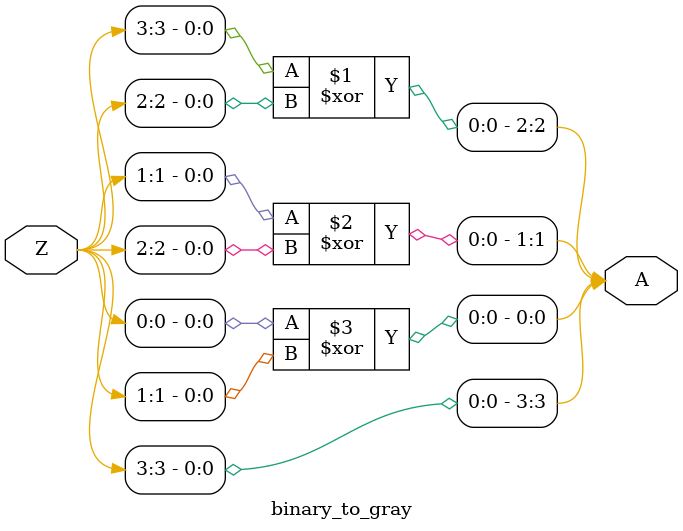
<source format=v>
`timescale 1ns / 1ps


module binary_to_gray(Z,A);
    input [3:0]Z;
    output [3:0]A;
    
    assign A[3] = Z[3];
    assign A[2] = Z[3]^Z[2];
    assign A[1] = Z[1]^Z[2];
    assign A[0] = Z[0]^Z[1];
endmodule

</source>
